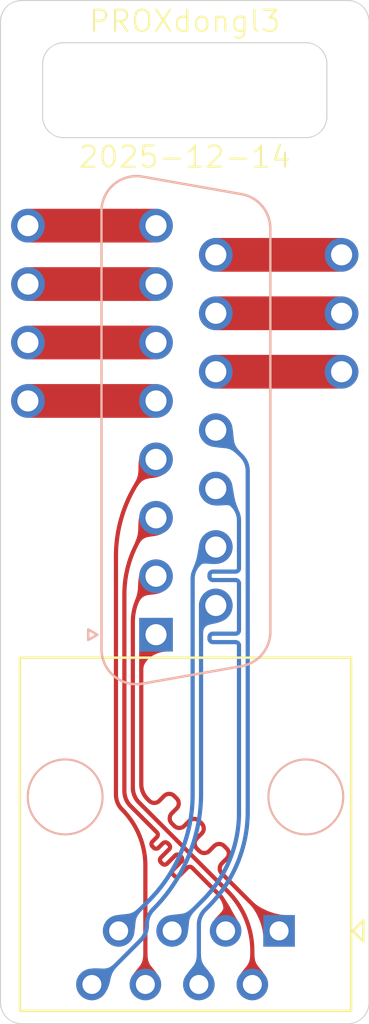
<source format=kicad_pcb>
(kicad_pcb (version 20241229) (generator "pcbnew") (generator_version "9.0")
  (layers (0 "F.Cu" signal) (2 "B.Cu" signal) (13 "F.Paste" user) (15 "B.Paste" user) (5 "F.SilkS" user "F.Silkscreen") (7 "B.SilkS" user "B.Silkscreen") (1 "F.Mask" user) (3 "B.Mask" user) (25 "Edge.Cuts" user))
  (net 0 "")
  (net 1 "unconnected-(J1-P14-Pad14)")
  (net 2 "/ETH7")
  (net 3 "/ETH6")
  (net 4 "unconnected-(J1-P15-Pad15)")
  (net 5 "/ETH1")
  (net 6 "unconnected-(J1-Pad7)")
  (net 7 "/ETH8")
  (net 8 "/ETH5")
  (net 9 "unconnected-(J1-Pad8)")
  (net 10 "unconnected-(J1-P13-Pad13)")
  (net 11 "/ETH4")
  (net 12 "/ETH3")
  (net 13 "unconnected-(J1-Pad6)")
  (net 14 "/ETH2")
  (net 15 "unconnected-(J1-Pad5)")
  (footprint "" (layer "F.Cu") (at 101.3 60.67)
    (property "Reference" "" (at 0 0 0) (layer "F.SilkS") (effects (font (size 1.27 1.27))))
    (property "Value" "")
    (pad "8" thru_hole circle (at 0 0 270) (size 1.6 1.6) (drill 1) (layers "*.Cu" "*.Mask") (net 9 "unconnected-(J1-Pad8)"))
  )
  (footprint "" (layer "F.Cu") (at 116.2 64.825)
    (property "Reference" "" (at 0 0 0) (layer "F.SilkS") (effects (font (size 1.27 1.27))))
    (property "Value" "")
    (pad "14" thru_hole circle (at 0 0 270) (size 1.6 1.6) (drill 1) (layers "*.Cu" "*.Mask") (net 1 "unconnected-(J1-P14-Pad14)"))
  )
  (footprint "" (layer "F.Cu") (at 116.2 67.595)
    (property "Reference" "" (at 0 0 0) (layer "F.SilkS") (effects (font (size 1.27 1.27))))
    (property "Value" "")
    (pad "13" thru_hole circle (at 0 0 270) (size 1.6 1.6) (drill 1) (layers "*.Cu" "*.Mask") (net 10 "unconnected-(J1-P13-Pad13)"))
  )
  (footprint "" (layer "F.Cu") (at 101.304188 63.44)
    (property "Reference" "" (at 0 0 0) (layer "F.SilkS") (effects (font (size 1.27 1.27))))
    (property "Value" "")
    (pad "7" thru_hole circle (at 0 0 270) (size 1.6 1.6) (drill 1) (layers "*.Cu" "*.Mask") (net 6 "unconnected-(J1-Pad7)"))
  )
  (footprint "" (layer "F.Cu") (at 101.3 68.98)
    (property "Reference" "" (at 0 0 0) (layer "F.SilkS") (effects (font (size 1.27 1.27))))
    (property "Value" "")
    (pad "5" thru_hole circle (at 0 0 270) (size 1.6 1.6) (drill 1) (layers "*.Cu" "*.Mask") (net 15 "unconnected-(J1-Pad5)"))
  )
  (footprint "" (layer "F.Cu") (at 116.2 62.055)
    (property "Reference" "" (at 0 0 0) (layer "F.SilkS") (effects (font (size 1.27 1.27))))
    (property "Value" "")
    (pad "15" thru_hole circle (at 0 0 270) (size 1.6 1.6) (drill 1) (layers "*.Cu" "*.Mask") (net 4 "unconnected-(J1-P15-Pad15)"))
  )
  (footprint "" (layer "F.Cu") (at 101.3 66.21)
    (property "Reference" "" (at 0 0 0) (layer "F.SilkS") (effects (font (size 1.27 1.27))))
    (property "Value" "")
    (pad "6" thru_hole circle (at 0 0 270) (size 1.6 1.6) (drill 1) (layers "*.Cu" "*.Mask") (net 13 "unconnected-(J1-Pad6)"))
  )
  (footprint "Connector_RJ:RJ45_OST_PJ012-8P8CX_Vertical" (layer "F.Cu") (at 113.23 94.1 180)
    (property "Reference" "J2" (hide yes))
    (property "Value" "RJ45" (hide yes))
    (fp_line (start 12.31 12.95) (end -3.42 12.95) (stroke (width 0.12)) (layer "F.SilkS"))
    (fp_line (start 12.31 -3.79) (end 12.31 12.95) (stroke (width 0.12)) (layer "F.SilkS"))
    (fp_line (start 12.3 -3.79) (end -3.42 -3.79) (stroke (width 0.12)) (layer "F.SilkS"))
    (fp_line (start -3.42 -3.79) (end -3.42 12.95) (stroke (width 0.12)) (layer "F.SilkS"))
    (fp_line (start -3.5 0) (end -4 -0.5) (stroke (width 0.12)) (layer "F.SilkS"))
    (fp_line (start -4 0.5) (end -3.5 0) (stroke (width 0.12)) (layer "F.SilkS"))
    (fp_line (start -4 -0.5) (end -4 0.5) (stroke (width 0.12)) (layer "F.SilkS"))
    (pad "" np_thru_hole circle (at -1.27 6.35 180) (size 3.65 3.65) (drill 3.45) (layers "*.Cu" "*.SilkS" "*.Mask"))
    (pad "" np_thru_hole circle (at 10.16 6.35 180) (size 3.65 3.65) (drill 3.45) (layers "*.Cu" "*.SilkS" "*.Mask"))
    (pad "1" thru_hole rect (at 0 0 180) (size 1.5 1.5) (drill 0.9) (layers "*.Cu" "*.Mask") (net 5 "/ETH1"))
    (pad "2" thru_hole circle (at 1.27 -2.54 180) (size 1.5 1.5) (drill 0.9) (layers "*.Cu" "*.Mask") (net 14 "/ETH2"))
    (pad "3" thru_hole circle (at 2.54 0 180) (size 1.5 1.5) (drill 0.9) (layers "*.Cu" "*.Mask") (net 12 "/ETH3"))
    (pad "4" thru_hole circle (at 3.81 -2.54 180) (size 1.5 1.5) (drill 0.9) (layers "*.Cu" "*.Mask") (net 11 "/ETH4"))
    (pad "5" thru_hole circle (at 5.08 0 180) (size 1.5 1.5) (drill 0.9) (layers "*.Cu" "*.Mask") (net 8 "/ETH5"))
    (pad "6" thru_hole circle (at 6.35 -2.54 180) (size 1.5 1.5) (drill 0.9) (layers "*.Cu" "*.Mask") (net 3 "/ETH6"))
    (pad "7" thru_hole circle (at 7.62 0 180) (size 1.5 1.5) (drill 0.9) (layers "*.Cu" "*.Mask") (net 2 "/ETH7"))
    (pad "8" thru_hole circle (at 8.89 -2.54 180) (size 1.5 1.5) (drill 0.9) (layers "*.Cu" "*.Mask") (net 7 "/ETH8"))
  )
  (footprint "Connector_Dsub:DSUB-15_Socket_Vertical_P2.77x2.84mm" (layer "B.Cu") (at 107.385 80.06 -90)
    (property "Reference" "J1" (hide yes))
    (property "Value" "DA15_Socket" (hide yes))
    (fp_line (start -0.248149 3.216506) (end 0.251851 3.216506) (stroke (width 0.12)) (layer "B.SilkS"))
    (fp_line (start 0.251851 3.216506) (end 0.001851 2.783493) (stroke (width 0.12)) (layer "B.SilkS"))
    (fp_line (start 0.001851 2.783493) (end -0.248149 3.216506) (stroke (width 0.12)) (layer "B.SilkS"))
    (fp_line (start -20.076689 2.59) (end 0.686689 2.59) (stroke (width 0.12)) (layer "B.SilkS"))
    (fp_line (start 2.32147 0.641744) (end 1.492733 -4.058256) (stroke (width 0.12)) (layer "B.SilkS"))
    (fp_line (start -20.882733 -4.058256) (end -21.71147 0.641744) (stroke (width 0.12)) (layer "B.SilkS"))
    (fp_line (start -0.142048 -5.43) (end -19.247952 -5.43) (stroke (width 0.12)) (layer "B.SilkS"))
    (fp_arc (start -20.076689 2.59) (mid -21.348323 1.997027) (end -21.71147 0.641744) (stroke (width 0.12)) (layer "B.SilkS"))
    (fp_arc (start 2.32147 0.641744) (mid 1.958323 1.997027) (end 0.686689 2.59) (stroke (width 0.12)) (layer "B.SilkS"))
    (fp_arc (start -20.882733 -4.058256) (mid -20.31498 -5.041634) (end -19.247952 -5.43) (stroke (width 0.12)) (layer "B.SilkS"))
    (fp_arc (start -0.142048 -5.43) (mid 0.92498 -5.041634) (end 1.492733 -4.058256) (stroke (width 0.12)) (layer "B.SilkS"))
    (pad "1" thru_hole rect (at 0 0 270) (size 1.6 1.6) (drill 1) (layers "*.Cu" "*.Mask") (net 5 "/ETH1"))
    (pad "2" thru_hole circle (at -2.77 0 270) (size 1.6 1.6) (drill 1) (layers "*.Cu" "*.Mask") (net 14 "/ETH2"))
    (pad "3" thru_hole circle (at -5.54 0 270) (size 1.6 1.6) (drill 1) (layers "*.Cu" "*.Mask") (net 12 "/ETH3"))
    (pad "4" thru_hole circle (at -8.31 0 270) (size 1.6 1.6) (drill 1) (layers "*.Cu" "*.Mask") (net 3 "/ETH6"))
    (pad "5" thru_hole circle (at -11.08 0 270) (size 1.6 1.6) (drill 1) (layers "*.Cu" "*.Mask") (net 15 "unconnected-(J1-Pad5)"))
    (pad "6" thru_hole circle (at -13.85 0 270) (size 1.6 1.6) (drill 1) (layers "*.Cu" "*.Mask") (net 13 "unconnected-(J1-Pad6)"))
    (pad "7" thru_hole circle (at -16.62 0 270) (size 1.6 1.6) (drill 1) (layers "*.Cu" "*.Mask") (net 6 "unconnected-(J1-Pad7)"))
    (pad "8" thru_hole circle (at -19.39 0 270) (size 1.6 1.6) (drill 1) (layers "*.Cu" "*.Mask") (net 9 "unconnected-(J1-Pad8)"))
    (pad "9" thru_hole circle (at -1.385 -2.84 270) (size 1.6 1.6) (drill 1) (layers "*.Cu" "*.Mask") (net 7 "/ETH8"))
    (pad "10" thru_hole circle (at -4.155 -2.84 270) (size 1.6 1.6) (drill 1) (layers "*.Cu" "*.Mask") (net 2 "/ETH7"))
    (pad "11" thru_hole circle (at -6.925 -2.84 270) (size 1.6 1.6) (drill 1) (layers "*.Cu" "*.Mask") (net 8 "/ETH5"))
    (pad "12" thru_hole circle (at -9.695 -2.84 270) (size 1.6 1.6) (drill 1) (layers "*.Cu" "*.Mask") (net 11 "/ETH4"))
    (pad "13" thru_hole circle (at -12.465 -2.84 270) (size 1.6 1.6) (drill 1) (layers "*.Cu" "*.Mask") (net 10 "unconnected-(J1-P13-Pad13)"))
    (pad "14" thru_hole circle (at -15.235 -2.84 270) (size 1.6 1.6) (drill 1) (layers "*.Cu" "*.Mask") (net 1 "unconnected-(J1-P14-Pad14)"))
    (pad "15" thru_hole circle (at -18.005 -2.84 270) (size 1.6 1.6) (drill 1) (layers "*.Cu" "*.Mask") (net 4 "unconnected-(J1-P15-Pad15)"))
  )
  (gr_line (start 114.5 56.5) (end 103 56.5) (stroke (width 0.05)) (layer "Edge.Cuts"))
  (gr_line (start 100 97.5) (end 100 51) (stroke (width 0.05)) (layer "Edge.Cuts"))
  (gr_line (start 117.5 51) (end 117.5 97.5) (stroke (width 0.05)) (layer "Edge.Cuts"))
  (gr_arc (start 115.5 55.5) (mid 115.207107 56.207107) (end 114.5 56.5) (stroke (width 0.05)) (layer "Edge.Cuts"))
  (gr_line (start 101 50) (end 116.5 50) (stroke (width 0.05)) (layer "Edge.Cuts"))
  (gr_arc (start 116.5 50) (mid 117.207107 50.292893) (end 117.5 51) (stroke (width 0.05)) (layer "Edge.Cuts"))
  (gr_arc (start 114.5 52) (mid 115.207107 52.292893) (end 115.5 53) (stroke (width 0.05)) (layer "Edge.Cuts"))
  (gr_arc (start 101 98.5) (mid 100.292893 98.207107) (end 100 97.5) (stroke (width 0.05)) (layer "Edge.Cuts"))
  (gr_line (start 102 55.5) (end 102 53) (stroke (width 0.05)) (layer "Edge.Cuts"))
  (gr_line (start 116.5 98.5) (end 101 98.5) (stroke (width 0.05)) (layer "Edge.Cuts"))
  (gr_line (start 103 52) (end 114.5 52) (stroke (width 0.05)) (layer "Edge.Cuts"))
  (gr_arc (start 102 53) (mid 102.292893 52.292893) (end 103 52) (stroke (width 0.05)) (layer "Edge.Cuts"))
  (gr_line (start 115.5 53) (end 115.5 55.5) (stroke (width 0.05)) (layer "Edge.Cuts"))
  (gr_arc (start 117.5 97.5) (mid 117.207107 98.207107) (end 116.5 98.5) (stroke (width 0.05)) (layer "Edge.Cuts"))
  (gr_arc (start 103 56.5) (mid 102.292893 56.207107) (end 102 55.5) (stroke (width 0.05)) (layer "Edge.Cuts"))
  (gr_arc (start 100 51) (mid 100.292893 50.292893) (end 101 50) (stroke (width 0.05)) (layer "Edge.Cuts"))
  (gr_text "PROXdongl3\n\n\n\n2025-12-14" (at 108.75 58 0) (layer "F.SilkS") (effects (font (size 1 1) (thickness 0.1)) (justify bottom)))
  (segment (start 110.225 64.825) (end 116.2 64.825) (width 1.6) (layers "F.Cu" "F.Mask") (net 1))
  (segment (start 109.416893 76.713107) (end 110.225 75.905) (width 0.2) (layer "B.Cu") (net 2))
  (segment (start 109.124 87.641773) (end 109.124 77.420214) (width 0.2) (layer "B.Cu") (net 2))
  (segment (start 105.61 94.1) (end 107.042033 92.668001) (width 0.2) (layer "B.Cu") (net 2))
  (segment (start 105.61 94.1) (end 105.5 93.99) (width 0.2) (layer "B.Cu") (net 2))
  (arc (start 109.416893 76.713107) (mid 109.20012 77.03753) (end 109.124 77.420214) (width 0.2) (layer "B.Cu") (net 2))
  (arc (start 107.042033 92.668001) (mid 108.582913 90.361955) (end 109.124 87.641773) (width 0.2) (layer "B.Cu") (net 2))
  (segment (start 106.88 96.64) (end 106.88 91.014127) (width 0.2) (layer "F.Cu") (net 3))
  (segment (start 105.482 87.639086) (end 105.482 76.344198) (width 0.2) (layer "F.Cu") (net 3))
  (arc (start 105.774893 88.346193) (mid 106.592798 89.570264) (end 106.88 91.014127) (width 0.2) (layer "F.Cu") (net 3))
  (arc (start 107.385 71.75) (mid 105.976563 73.857856) (end 105.482 76.344198) (width 0.2) (layer "F.Cu") (net 3))
  (arc (start 105.774893 88.346193) (mid 105.55812 88.02177) (end 105.482 87.639086) (width 0.2) (layer "F.Cu") (net 3))
  (segment (start 110.225 62.055) (end 116.2 62.055) (width 1.6) (layers "F.Cu" "F.Mask") (net 4))
  (segment (start 106.685 80.76) (end 106.685 87.140786) (width 0.2) (layer "F.Cu") (net 5))
  (segment (start 108.728115 89.12294) (end 108.960045 88.891007) (width 0.2) (layer "F.Cu") (net 5))
  (segment (start 110.62316 90.078947) (end 110.741953 90.19774) (width 0.2) (layer "F.Cu") (net 5))
  (segment (start 107.385 80.06) (end 106.685 80.76) (width 0.2) (layer "F.Cu") (net 5))
  (segment (start 110.741953 90.672916) (end 110.51002 90.904846) (width 0.2) (layer "F.Cu") (net 5))
  (segment (start 107.385 80.06) (end 106.977893 80.467107) (width 0.2) (layer "F.Cu") (net 5))
  (segment (start 107.540176 87.935001) (end 107.772106 87.703068) (width 0.2) (layer "F.Cu") (net 5))
  (segment (start 109.554014 89.484977) (end 109.322081 89.716907) (width 0.2) (layer "F.Cu") (net 5))
  (segment (start 109.916054 90.310879) (end 110.147984 90.078946) (width 0.2) (layer "F.Cu") (net 5))
  (segment (start 110.628817 91.498817) (end 111.065 91.935) (width 0.2) (layer "F.Cu") (net 5))
  (segment (start 109.435221 88.891008) (end 109.554014 89.009801) (width 0.2) (layer "F.Cu") (net 5))
  (segment (start 109.322082 90.192083) (end 109.440878 90.310878) (width 0.2) (layer "F.Cu") (net 5))
  (segment (start 108.366075 88.297038) (end 108.134142 88.528968) (width 0.2) (layer "F.Cu") (net 5))
  (segment (start 111.065 91.935) (end 113.23 94.1) (width 0.2) (layer "F.Cu") (net 5))
  (segment (start 108.247282 87.703069) (end 108.366075 87.821862) (width 0.2) (layer "F.Cu") (net 5))
  (segment (start 110.510021 91.380022) (end 110.628817 91.498817) (width 0.2) (layer "F.Cu") (net 5))
  (segment (start 106.977893 87.847893) (end 107.065 87.935) (width 0.2) (layer "F.Cu") (net 5))
  (segment (start 108.134143 89.004144) (end 108.252939 89.122939) (width 0.2) (layer "F.Cu") (net 5))
  (arc (start 108.134142 88.528968) (mid 108.035731 88.766556) (end 108.134143 89.004144) (width 0.2) (layer "F.Cu") (net 5))
  (arc (start 110.51002 90.904846) (mid 110.411609 91.142434) (end 110.510021 91.380022) (width 0.2) (layer "F.Cu") (net 5))
  (arc (start 109.440878 90.310878) (mid 109.678467 90.40929) (end 109.916054 90.310879) (width 0.2) (layer "F.Cu") (net 5))
  (arc (start 110.147984 90.078946) (mid 110.385572 89.980535) (end 110.62316 90.078947) (width 0.2) (layer "F.Cu") (net 5))
  (arc (start 110.741953 90.19774) (mid 110.840365 90.435328) (end 110.741953 90.672916) (width 0.2) (layer "F.Cu") (net 5))
  (arc (start 107.065 87.935) (mid 107.302589 88.033412) (end 107.540176 87.935001) (width 0.2) (layer "F.Cu") (net 5))
  (arc (start 108.366075 87.821862) (mid 108.464487 88.05945) (end 108.366075 88.297038) (width 0.2) (layer "F.Cu") (net 5))
  (arc (start 108.252939 89.122939) (mid 108.490528 89.221351) (end 108.728115 89.12294) (width 0.2) (layer "F.Cu") (net 5))
  (arc (start 107.772106 87.703068) (mid 108.009694 87.604657) (end 108.247282 87.703069) (width 0.2) (layer "F.Cu") (net 5))
  (arc (start 109.554014 89.009801) (mid 109.652426 89.247389) (end 109.554014 89.484977) (width 0.2) (layer "F.Cu") (net 5))
  (arc (start 106.685 87.140786) (mid 106.76112 87.52347) (end 106.977893 87.847893) (width 0.2) (layer "F.Cu") (net 5))
  (arc (start 109.322081 89.716907) (mid 109.22367 89.954495) (end 109.322082 90.192083) (width 0.2) (layer "F.Cu") (net 5))
  (arc (start 108.960045 88.891007) (mid 109.197633 88.792596) (end 109.435221 88.891008) (width 0.2) (layer "F.Cu") (net 5))
  (segment (start 107.385 63.44) (end 101.3 63.44) (width 1.6) (layers "F.Cu" "F.Mask") (net 6))
  (segment (start 106.953893 93.828232) (end 106.953893 93.785982) (width 0.2) (layer "B.Cu") (net 7))
  (segment (start 109.525 87.578835) (end 109.525 79.789214) (width 0.2) (layer "B.Cu") (net 7))
  (segment (start 104.556339 96.64) (end 106.661 94.535339) (width 0.2) (layer "B.Cu") (net 7))
  (segment (start 104.34 96.64) (end 104.556339 96.64) (width 0.2) (layer "B.Cu") (net 7))
  (segment (start 109.817893 79.082107) (end 110.225 78.675) (width 0.2) (layer "B.Cu") (net 7))
  (arc (start 109.525 79.789214) (mid 109.60112 79.406531) (end 109.817893 79.082107) (width 0.2) (layer "B.Cu") (net 7))
  (arc (start 106.953893 93.785982) (mid 107.030013 93.403299) (end 107.246786 93.078875) (width 0.2) (layer "B.Cu") (net 7))
  (arc (start 106.661 94.535339) (mid 106.877773 94.210916) (end 106.953893 93.828232) (width 0.2) (layer "B.Cu") (net 7))
  (arc (start 107.246786 93.078875) (mid 108.932921 90.555415) (end 109.525 87.578835) (width 0.2) (layer "B.Cu") (net 7))
  (segment (start 111.033107 73.943107) (end 110.225 73.135) (width 0.2) (layer "B.Cu") (net 8))
  (segment (start 109.926 80.25231) (end 109.926 80.17231) (width 0.2) (layer "B.Cu") (net 8))
  (segment (start 109.926 77.31) (end 109.926 77.23) (width 0.2) (layer "B.Cu") (net 8))
  (segment (start 110.086 77.07) (end 111.166 77.07) (width 0.2) (layer "B.Cu") (net 8))
  (segment (start 111.166 77.47) (end 110.086 77.47) (width 0.2) (layer "B.Cu") (net 8))
  (segment (start 108.15 94.1) (end 109.613128 92.636912) (width 0.2) (layer "B.Cu") (net 8))
  (segment (start 111.326 76.91) (end 111.326 74.650214) (width 0.2) (layer "B.Cu") (net 8))
  (segment (start 111.166 80.41231) (end 110.086 80.41231) (width 0.2) (layer "B.Cu") (net 8))
  (segment (start 111.326 79.85231) (end 111.326 77.63) (width 0.2) (layer "B.Cu") (net 8))
  (segment (start 110.086 80.01231) (end 111.166 80.01231) (width 0.2) (layer "B.Cu") (net 8))
  (segment (start 111.326 88.501752) (end 111.326 80.57231) (width 0.2) (layer "B.Cu") (net 8))
  (arc (start 111.166 77.07) (mid 111.279137 77.023137) (end 111.326 76.91) (width 0.2) (layer "B.Cu") (net 8))
  (arc (start 109.926 77.23) (mid 109.972863 77.116863) (end 110.086 77.07) (width 0.2) (layer "B.Cu") (net 8))
  (arc (start 109.926 80.17231) (mid 109.972863 80.059173) (end 110.086 80.01231) (width 0.2) (layer "B.Cu") (net 8))
  (arc (start 111.326 80.57231) (mid 111.279137 80.459173) (end 111.166 80.41231) (width 0.2) (layer "B.Cu") (net 8))
  (arc (start 111.326 77.63) (mid 111.279137 77.516863) (end 111.166 77.47) (width 0.2) (layer "B.Cu") (net 8))
  (arc (start 111.326 74.650214) (mid 111.24988 74.267531) (end 111.033107 73.943107) (width 0.2) (layer "B.Cu") (net 8))
  (arc (start 110.086 77.47) (mid 109.972863 77.423137) (end 109.926 77.31) (width 0.2) (layer "B.Cu") (net 8))
  (arc (start 111.166 80.01231) (mid 111.279137 79.965447) (end 111.326 79.85231) (width 0.2) (layer "B.Cu") (net 8))
  (arc (start 110.086 80.41231) (mid 109.972863 80.365447) (end 109.926 80.25231) (width 0.2) (layer "B.Cu") (net 8))
  (arc (start 109.613128 92.636912) (mid 110.880839 90.739691) (end 111.326 88.501752) (width 0.2) (layer "B.Cu") (net 8))
  (segment (start 107.379675 60.664675) (end 107.385 60.67) (width 0.2) (layer "F.Cu") (net 9))
  (segment (start 107.385 60.67) (end 101.3 60.67) (width 1.6) (layers "F.Cu" "F.Mask") (net 9))
  (segment (start 110.225 67.595) (end 116.2 67.595) (width 1.6) (layers "F.Cu" "F.Mask") (net 10))
  (segment (start 109.42 93.811275) (end 109.42 96.64) (width 0.2) (layer "B.Cu") (net 11))
  (segment (start 111.741 72.295214) (end 111.741 88.450162) (width 0.2) (layer "B.Cu") (net 11))
  (segment (start 110.225 70.365) (end 111.448107 71.588107) (width 0.2) (layer "B.Cu") (net 11))
  (segment (start 109.712893 93.104207) (end 109.884176 92.932925) (width 0.2) (layer "B.Cu") (net 11))
  (arc (start 109.712893 93.104207) (mid 109.496112 93.428631) (end 109.42 93.811275) (width 0.2) (layer "B.Cu") (net 11))
  (arc (start 111.448107 71.588107) (mid 111.66488 71.91253) (end 111.741 72.295214) (width 0.2) (layer "B.Cu") (net 11))
  (arc (start 111.741 88.450162) (mid 111.258427 90.876216) (end 109.884176 92.932925) (width 0.2) (layer "B.Cu") (net 11))
  (segment (start 109.162381 91.166581) (end 109.3279 91.3321) (width 0.2) (layer "F.Cu") (net 12))
  (segment (start 109.104397 91.108597) (end 109.162381 91.166581) (width 0.2) (layer "F.Cu") (net 12))
  (segment (start 108.002727 90.238858) (end 107.619475 90.622109) (width 0.2) (layer "F.Cu") (net 12))
  (segment (start 107.4229 89.659031) (end 107.216424 89.865506) (width 0.2) (layer "F.Cu") (net 12))
  (segment (start 108.199302 91.433867) (end 108.257284 91.491849) (width 0.2) (layer "F.Cu") (net 12))
  (segment (start 107.216424 90.097437) (end 107.274406 90.155419) (width 0.2) (layer "F.Cu") (net 12))
  (segment (start 109.3279 91.3321) (end 110.281037 92.285237) (width 0.2) (layer "F.Cu") (net 12))
  (segment (start 110.281037 92.285237) (end 110.397107 92.401307) (width 0.2) (layer "F.Cu") (net 12))
  (segment (start 107.944743 89.948943) (end 108.002727 90.006927) (width 0.2) (layer "F.Cu") (net 12))
  (segment (start 107.506337 90.155419) (end 107.712812 89.948943) (width 0.2) (layer "F.Cu") (net 12))
  (segment (start 107.909388 90.912022) (end 108.292639 90.52877) (width 0.2) (layer "F.Cu") (net 12))
  (segment (start 108.582554 90.818685) (end 108.199302 91.201936) (width 0.2) (layer "F.Cu") (net 12))
  (segment (start 107.619475 90.85404) (end 107.677457 90.912022) (width 0.2) (layer "F.Cu") (net 12))
  (segment (start 105.883 78.146129) (end 105.883 87.472986) (width 0.2) (layer "F.Cu") (net 12))
  (segment (start 108.52457 90.52877) (end 108.582554 90.586754) (width 0.2) (layer "F.Cu") (net 12))
  (segment (start 106.175893 88.180093) (end 107.4229 89.4271) (width 0.2) (layer "F.Cu") (net 12))
  (segment (start 108.489215 91.491849) (end 108.872466 91.108597) (width 0.2) (layer "F.Cu") (net 12))
  (segment (start 110.69 93.108414) (end 110.69 94.1) (width 0.2) (layer "F.Cu") (net 12))
  (arc (start 107.677457 90.912022) (mid 107.793423 90.960056) (end 107.909388 90.912022) (width 0.2) (layer "F.Cu") (net 12))
  (arc (start 110.397107 92.401307) (mid 110.61388 92.725731) (end 110.69 93.108414) (width 0.2) (layer "F.Cu") (net 12))
  (arc (start 105.883 87.472986) (mid 105.95912 87.855669) (end 106.175893 88.180093) (width 0.2) (layer "F.Cu") (net 12))
  (arc (start 108.199302 91.201936) (mid 108.151268 91.317901) (end 108.199302 91.433867) (width 0.2) (layer "F.Cu") (net 12))
  (arc (start 107.4229 89.4271) (mid 107.470934 89.543066) (end 107.4229 89.659031) (width 0.2) (layer "F.Cu") (net 12))
  (arc (start 108.002727 90.006927) (mid 108.050761 90.122893) (end 108.002727 90.238858) (width 0.2) (layer "F.Cu") (net 12))
  (arc (start 107.619475 90.622109) (mid 107.571441 90.738074) (end 107.619475 90.85404) (width 0.2) (layer "F.Cu") (net 12))
  (arc (start 107.712812 89.948943) (mid 107.828777 89.900909) (end 107.944743 89.948943) (width 0.2) (layer "F.Cu") (net 12))
  (arc (start 108.292639 90.52877) (mid 108.408604 90.480736) (end 108.52457 90.52877) (width 0.2) (layer "F.Cu") (net 12))
  (arc (start 108.582554 90.586754) (mid 108.630588 90.70272) (end 108.582554 90.818685) (width 0.2) (layer "F.Cu") (net 12))
  (arc (start 107.274406 90.155419) (mid 107.390372 90.203453) (end 107.506337 90.155419) (width 0.2) (layer "F.Cu") (net 12))
  (arc (start 107.216424 89.865506) (mid 107.16839 89.981471) (end 107.216424 90.097437) (width 0.2) (layer "F.Cu") (net 12))
  (arc (start 107.385 74.52) (mid 106.273353 76.18369) (end 105.883 78.146129) (width 0.2) (layer "F.Cu") (net 12))
  (arc (start 108.872466 91.108597) (mid 108.988431 91.060563) (end 109.104397 91.108597) (width 0.2) (layer "F.Cu") (net 12))
  (arc (start 108.257284 91.491849) (mid 108.37325 91.539883) (end 108.489215 91.491849) (width 0.2) (layer "F.Cu") (net 12))
  (segment (start 107.385 66.21) (end 101.3 66.21) (width 1.6) (layers "F.Cu" "F.Mask") (net 13))
  (segment (start 111.96 96.64) (end 111.96 95.064265) (width 0.2) (layer "F.Cu") (net 14))
  (segment (start 110.781137 92.218237) (end 106.576893 88.013993) (width 0.2) (layer "F.Cu") (net 14))
  (segment (start 107.037789 77.637211) (end 107.385 77.29) (width 0.2) (layer "F.Cu") (net 14))
  (segment (start 106.284 87.306886) (end 106.284 79.457019) (width 0.2) (layer "F.Cu") (net 14))
  (arc (start 106.576893 88.013993) (mid 106.36012 87.68957) (end 106.284 87.306886) (width 0.2) (layer "F.Cu") (net 14))
  (arc (start 107.037789 77.637211) (mid 106.479903 78.472146) (end 106.284 79.457019) (width 0.2) (layer "F.Cu") (net 14))
  (arc (start 111.96 95.064265) (mid 111.653623 93.524006) (end 110.781137 92.218237) (width 0.2) (layer "F.Cu") (net 14))
  (segment (start 107.385 68.98) (end 101.3 68.98) (width 1.6) (layers "F.Cu" "F.Mask") (net 15))
)
</source>
